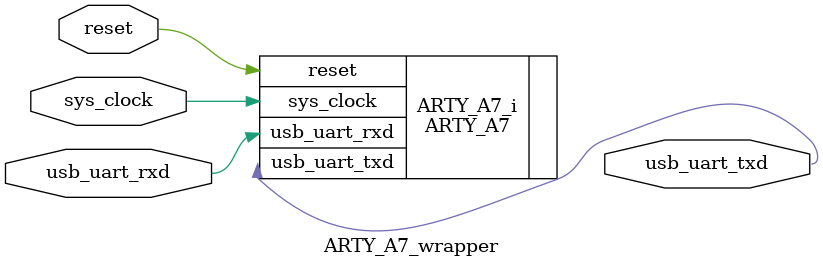
<source format=v>
`timescale 1 ps / 1 ps

module ARTY_A7_wrapper
   (reset,
    sys_clock,
    usb_uart_rxd,
    usb_uart_txd);
  input reset;
  input sys_clock;
  input usb_uart_rxd;
  output usb_uart_txd;

  wire reset;
  wire sys_clock;
  wire usb_uart_rxd;
  wire usb_uart_txd;

  ARTY_A7 ARTY_A7_i
       (.reset(reset),
        .sys_clock(sys_clock),
        .usb_uart_rxd(usb_uart_rxd),
        .usb_uart_txd(usb_uart_txd));
endmodule

</source>
